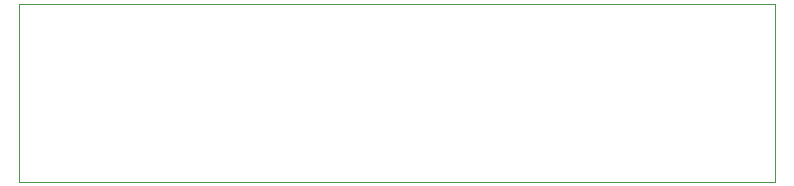
<source format=gbo>
G75*
%MOIN*%
%OFA0B0*%
%FSLAX25Y25*%
%IPPOS*%
%LPD*%
%AMOC8*
5,1,8,0,0,1.08239X$1,22.5*
%
%ADD10C,0.00000*%
D10*
X0002968Y0001985D02*
X0002968Y0061040D01*
X0254936Y0061040D01*
X0254936Y0001985D01*
X0002968Y0001985D01*
M02*

</source>
